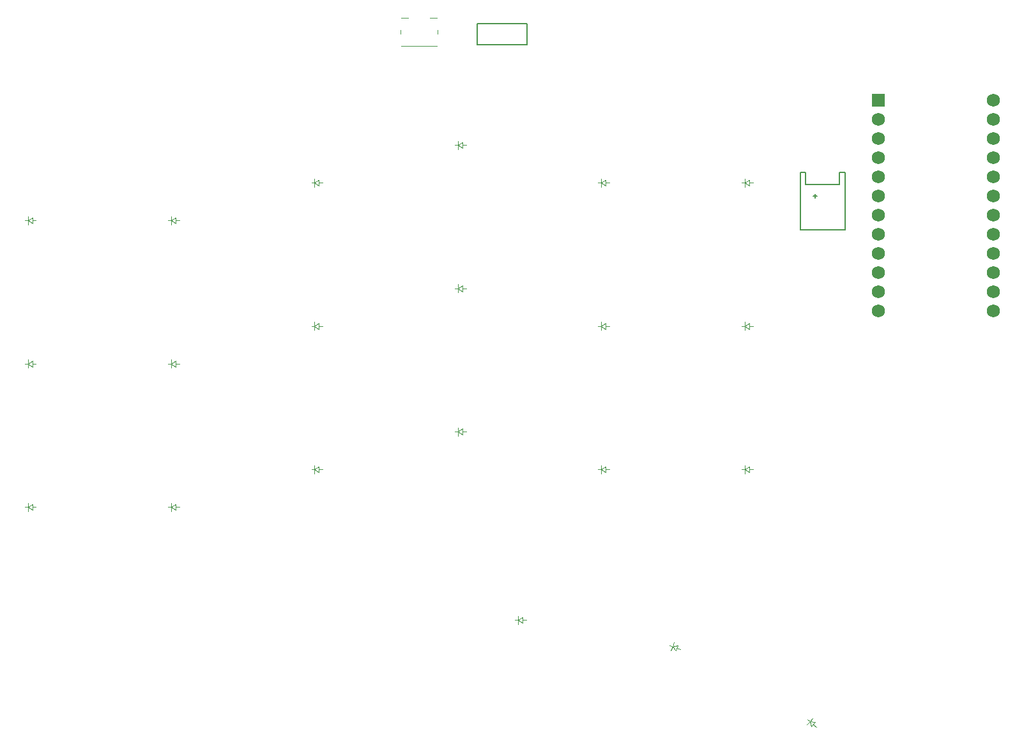
<source format=gbr>
%TF.GenerationSoftware,KiCad,Pcbnew,9.0.3*%
%TF.CreationDate,2025-09-27T17:43:50-06:00*%
%TF.ProjectId,left_connected,6c656674-5f63-46f6-9e6e-65637465642e,v1.0.0*%
%TF.SameCoordinates,Original*%
%TF.FileFunction,Legend,Bot*%
%TF.FilePolarity,Positive*%
%FSLAX46Y46*%
G04 Gerber Fmt 4.6, Leading zero omitted, Abs format (unit mm)*
G04 Created by KiCad (PCBNEW 9.0.3) date 2025-09-27 17:43:50*
%MOMM*%
%LPD*%
G01*
G04 APERTURE LIST*
%ADD10C,0.150000*%
%ADD11C,0.100000*%
%ADD12C,0.120000*%
%ADD13R,1.752600X1.752600*%
%ADD14C,1.752600*%
G04 APERTURE END LIST*
D10*
%TO.C,T1*%
X159200000Y-40850000D02*
X159200000Y-43700000D01*
X159200000Y-43700000D02*
X165800000Y-43700000D01*
X162500000Y-40850000D02*
X159200000Y-40850000D01*
X162500000Y-40850000D02*
X165800000Y-40850000D01*
X164450000Y-40850000D02*
X160550000Y-40850000D01*
X165800000Y-43700000D02*
X165800000Y-40850000D01*
D11*
%TO.C,D9*%
X137250000Y-62000000D02*
X137650000Y-62000000D01*
X137650000Y-62000000D02*
X137650000Y-61450000D01*
X137650000Y-62000000D02*
X137650000Y-62550000D01*
X137650000Y-62000000D02*
X138250000Y-61600000D01*
X138250000Y-61600000D02*
X138250000Y-62400000D01*
X138250000Y-62000000D02*
X138750000Y-62000000D01*
X138250000Y-62400000D02*
X137650000Y-62000000D01*
%TO.C,D6*%
X118250000Y-67000000D02*
X118650000Y-67000000D01*
X118650000Y-67000000D02*
X118650000Y-66450000D01*
X118650000Y-67000000D02*
X118650000Y-67550000D01*
X118650000Y-67000000D02*
X119250000Y-66600000D01*
X119250000Y-66600000D02*
X119250000Y-67400000D01*
X119250000Y-67000000D02*
X119750000Y-67000000D01*
X119250000Y-67400000D02*
X118650000Y-67000000D01*
%TO.C,D5*%
X118250000Y-86000000D02*
X118650000Y-86000000D01*
X118650000Y-86000000D02*
X118650000Y-85450000D01*
X118650000Y-86000000D02*
X118650000Y-86550000D01*
X118650000Y-86000000D02*
X119250000Y-85600000D01*
X119250000Y-85600000D02*
X119250000Y-86400000D01*
X119250000Y-86000000D02*
X119750000Y-86000000D01*
X119250000Y-86400000D02*
X118650000Y-86000000D01*
%TO.C,D12*%
X156250000Y-57000000D02*
X156650000Y-57000000D01*
X156650000Y-57000000D02*
X156650000Y-56450000D01*
X156650000Y-57000000D02*
X156650000Y-57550000D01*
X156650000Y-57000000D02*
X157250000Y-56600000D01*
X157250000Y-56600000D02*
X157250000Y-57400000D01*
X157250000Y-57000000D02*
X157750000Y-57000000D01*
X157250000Y-57400000D02*
X156650000Y-57000000D01*
%TO.C,D1*%
X99250000Y-105000000D02*
X99650000Y-105000000D01*
X99650000Y-105000000D02*
X99650000Y-104450000D01*
X99650000Y-105000000D02*
X99650000Y-105550000D01*
X99650000Y-105000000D02*
X100250000Y-104600000D01*
X100250000Y-104600000D02*
X100250000Y-105400000D01*
X100250000Y-105000000D02*
X100750000Y-105000000D01*
X100250000Y-105400000D02*
X99650000Y-105000000D01*
%TO.C,D20*%
X184718218Y-123344609D02*
X185094095Y-123481417D01*
X185094095Y-123481417D02*
X184905984Y-123998248D01*
X185094095Y-123481417D02*
X185282206Y-122964586D01*
X185094095Y-123481417D02*
X185794718Y-123310752D01*
X185521102Y-124062506D02*
X185094095Y-123481417D01*
X185657910Y-123686629D02*
X186127756Y-123857639D01*
X185794718Y-123310752D02*
X185521102Y-124062506D01*
%TO.C,D16*%
X194250000Y-100000000D02*
X194650000Y-100000000D01*
X194650000Y-100000000D02*
X194650000Y-99450000D01*
X194650000Y-100000000D02*
X194650000Y-100550000D01*
X194650000Y-100000000D02*
X195250000Y-99600000D01*
X195250000Y-99600000D02*
X195250000Y-100400000D01*
X195250000Y-100000000D02*
X195750000Y-100000000D01*
X195250000Y-100400000D02*
X194650000Y-100000000D01*
D10*
%TO.C,JST1*%
X202050000Y-60650000D02*
X202050000Y-68250000D01*
X202050000Y-68250000D02*
X207950000Y-68250000D01*
X202750000Y-60650000D02*
X202050000Y-60650000D01*
X202750000Y-62250000D02*
X202750000Y-60650000D01*
X203750000Y-63750000D02*
X204250000Y-63750000D01*
X204000000Y-63500000D02*
X204000000Y-64000000D01*
X207250000Y-60650000D02*
X207250000Y-62250000D01*
X207250000Y-62250000D02*
X202750000Y-62250000D01*
X207950000Y-60650000D02*
X207250000Y-60650000D01*
X207950000Y-68250000D02*
X207950000Y-60650000D01*
D11*
%TO.C,D10*%
X156250000Y-95000000D02*
X156650000Y-95000000D01*
X156650000Y-95000000D02*
X156650000Y-94450000D01*
X156650000Y-95000000D02*
X156650000Y-95550000D01*
X156650000Y-95000000D02*
X157250000Y-94600000D01*
X157250000Y-94600000D02*
X157250000Y-95400000D01*
X157250000Y-95000000D02*
X157750000Y-95000000D01*
X157250000Y-95400000D02*
X156650000Y-95000000D01*
%TO.C,D18*%
X194250000Y-62000000D02*
X194650000Y-62000000D01*
X194650000Y-62000000D02*
X194650000Y-61450000D01*
X194650000Y-62000000D02*
X194650000Y-62550000D01*
X194650000Y-62000000D02*
X195250000Y-61600000D01*
X195250000Y-61600000D02*
X195250000Y-62400000D01*
X195250000Y-62000000D02*
X195750000Y-62000000D01*
X195250000Y-62400000D02*
X194650000Y-62000000D01*
%TO.C,D7*%
X137250000Y-100000000D02*
X137650000Y-100000000D01*
X137650000Y-100000000D02*
X137650000Y-99450000D01*
X137650000Y-100000000D02*
X137650000Y-100550000D01*
X137650000Y-100000000D02*
X138250000Y-99600000D01*
X138250000Y-99600000D02*
X138250000Y-100400000D01*
X138250000Y-100000000D02*
X138750000Y-100000000D01*
X138250000Y-100400000D02*
X137650000Y-100000000D01*
%TO.C,D19*%
X164250000Y-120000000D02*
X164650000Y-120000000D01*
X164650000Y-120000000D02*
X164650000Y-119450000D01*
X164650000Y-120000000D02*
X164650000Y-120550000D01*
X164650000Y-120000000D02*
X165250000Y-119600000D01*
X165250000Y-119600000D02*
X165250000Y-120400000D01*
X165250000Y-120000000D02*
X165750000Y-120000000D01*
X165250000Y-120400000D02*
X164650000Y-120000000D01*
%TO.C,D14*%
X175250000Y-81000000D02*
X175650000Y-81000000D01*
X175650000Y-81000000D02*
X175650000Y-80450000D01*
X175650000Y-81000000D02*
X175650000Y-81550000D01*
X175650000Y-81000000D02*
X176250000Y-80600000D01*
X176250000Y-80600000D02*
X176250000Y-81400000D01*
X176250000Y-81000000D02*
X176750000Y-81000000D01*
X176250000Y-81400000D02*
X175650000Y-81000000D01*
%TO.C,D3*%
X99250000Y-67000000D02*
X99650000Y-67000000D01*
X99650000Y-67000000D02*
X99650000Y-66450000D01*
X99650000Y-67000000D02*
X99650000Y-67550000D01*
X99650000Y-67000000D02*
X100250000Y-66600000D01*
X100250000Y-66600000D02*
X100250000Y-67400000D01*
X100250000Y-67000000D02*
X100750000Y-67000000D01*
X100250000Y-67400000D02*
X99650000Y-67000000D01*
%TO.C,D17*%
X194250000Y-81000000D02*
X194650000Y-81000000D01*
X194650000Y-81000000D02*
X194650000Y-80450000D01*
X194650000Y-81000000D02*
X194650000Y-81550000D01*
X194650000Y-81000000D02*
X195250000Y-80600000D01*
X195250000Y-80600000D02*
X195250000Y-81400000D01*
X195250000Y-81000000D02*
X195750000Y-81000000D01*
X195250000Y-81400000D02*
X194650000Y-81000000D01*
%TO.C,D11*%
X156250000Y-76000000D02*
X156650000Y-76000000D01*
X156650000Y-76000000D02*
X156650000Y-75450000D01*
X156650000Y-76000000D02*
X156650000Y-76550000D01*
X156650000Y-76000000D02*
X157250000Y-75600000D01*
X157250000Y-75600000D02*
X157250000Y-76400000D01*
X157250000Y-76000000D02*
X157750000Y-76000000D01*
X157250000Y-76400000D02*
X156650000Y-76000000D01*
%TO.C,D13*%
X175250000Y-100000000D02*
X175650000Y-100000000D01*
X175650000Y-100000000D02*
X175650000Y-99450000D01*
X175650000Y-100000000D02*
X175650000Y-100550000D01*
X175650000Y-100000000D02*
X176250000Y-99600000D01*
X176250000Y-99600000D02*
X176250000Y-100400000D01*
X176250000Y-100000000D02*
X176750000Y-100000000D01*
X176250000Y-100400000D02*
X175650000Y-100000000D01*
%TO.C,D2*%
X99250000Y-86000000D02*
X99650000Y-86000000D01*
X99650000Y-86000000D02*
X99650000Y-85450000D01*
X99650000Y-86000000D02*
X99650000Y-86550000D01*
X99650000Y-86000000D02*
X100250000Y-85600000D01*
X100250000Y-85600000D02*
X100250000Y-86400000D01*
X100250000Y-86000000D02*
X100750000Y-86000000D01*
X100250000Y-86400000D02*
X99650000Y-86000000D01*
%TO.C,D15*%
X175250000Y-62000000D02*
X175650000Y-62000000D01*
X175650000Y-62000000D02*
X175650000Y-61450000D01*
X175650000Y-62000000D02*
X175650000Y-62550000D01*
X175650000Y-62000000D02*
X176250000Y-61600000D01*
X176250000Y-61600000D02*
X176250000Y-62400000D01*
X176250000Y-62000000D02*
X176750000Y-62000000D01*
X176250000Y-62400000D02*
X175650000Y-62000000D01*
D12*
%TO.C,B1*%
X149050000Y-42275000D02*
X149050000Y-41725000D01*
X150075000Y-40150000D02*
X149150000Y-40150000D01*
X153850000Y-40150000D02*
X152925000Y-40150000D01*
X153850000Y-43850000D02*
X149150000Y-43850000D01*
X153950000Y-42275000D02*
X153950000Y-41725000D01*
D11*
%TO.C,D21*%
X202981775Y-133187287D02*
X203288192Y-133444402D01*
X203288192Y-133444402D02*
X202934659Y-133865727D01*
X203288192Y-133444402D02*
X203641726Y-133023078D01*
X203288192Y-133444402D02*
X204004934Y-133523657D01*
X203490704Y-134136493D02*
X203288192Y-133444402D01*
X203747819Y-133830075D02*
X204130841Y-134151469D01*
X204004934Y-133523657D02*
X203490704Y-134136493D01*
%TO.C,D8*%
X137250000Y-81000000D02*
X137650000Y-81000000D01*
X137650000Y-81000000D02*
X137650000Y-80450000D01*
X137650000Y-81000000D02*
X137650000Y-81550000D01*
X137650000Y-81000000D02*
X138250000Y-80600000D01*
X138250000Y-80600000D02*
X138250000Y-81400000D01*
X138250000Y-81000000D02*
X138750000Y-81000000D01*
X138250000Y-81400000D02*
X137650000Y-81000000D01*
%TO.C,D4*%
X118250000Y-105000000D02*
X118650000Y-105000000D01*
X118650000Y-105000000D02*
X118650000Y-104450000D01*
X118650000Y-105000000D02*
X118650000Y-105550000D01*
X118650000Y-105000000D02*
X119250000Y-104600000D01*
X119250000Y-104600000D02*
X119250000Y-105400000D01*
X119250000Y-105000000D02*
X119750000Y-105000000D01*
X119250000Y-105400000D02*
X118650000Y-105000000D01*
%TD*%
D13*
%TO.C,MCU1*%
X212380000Y-51030000D03*
D14*
X212380000Y-53570000D03*
X212380000Y-56110000D03*
X212380000Y-58650000D03*
X212380000Y-61190000D03*
X212380000Y-63730000D03*
X212380000Y-66270000D03*
X212380000Y-68810000D03*
X212380000Y-71350000D03*
X212380000Y-73890000D03*
X212380000Y-76430000D03*
X212380000Y-78970000D03*
X227620000Y-51030000D03*
X227620000Y-53570000D03*
X227620000Y-56110000D03*
X227620000Y-58650000D03*
X227620000Y-61190000D03*
X227620000Y-63730000D03*
X227620000Y-66270000D03*
X227620000Y-68810000D03*
X227620000Y-71350000D03*
X227620000Y-73890000D03*
X227620000Y-76430000D03*
X227620000Y-78970000D03*
%TD*%
M02*

</source>
